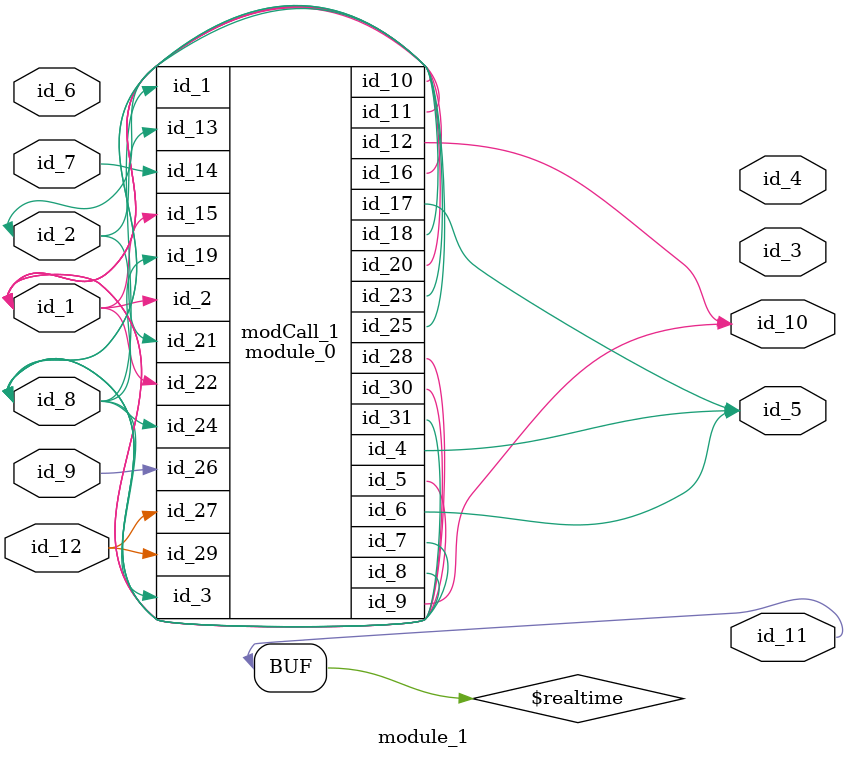
<source format=v>
module module_0 (
    id_1,
    id_2,
    id_3,
    id_4,
    id_5,
    id_6,
    id_7,
    id_8,
    id_9,
    id_10,
    id_11,
    id_12,
    id_13,
    id_14,
    id_15,
    id_16,
    id_17,
    id_18,
    id_19,
    id_20,
    id_21,
    id_22,
    id_23,
    id_24,
    id_25,
    id_26,
    id_27,
    id_28,
    id_29,
    id_30,
    id_31
);
  output wire id_31;
  inout wire id_30;
  input wire id_29;
  inout wire id_28;
  input wire id_27;
  input wire id_26;
  inout wire id_25;
  input wire id_24;
  output wire id_23;
  input wire id_22;
  input wire id_21;
  inout wire id_20;
  input wire id_19;
  inout wire id_18;
  output wire id_17;
  output wire id_16;
  input wire id_15;
  input wire id_14;
  input wire id_13;
  output wire id_12;
  inout wire id_11;
  output wire id_10;
  output wire id_9;
  inout wire id_8;
  inout wire id_7;
  output wire id_6;
  inout wire id_5;
  output wire id_4;
  input wire id_3;
  input wire id_2;
  input wire id_1;
  wire id_32;
  wire id_33;
endmodule
module module_1 (
    id_1,
    id_2,
    id_3,
    id_4,
    id_5,
    id_6,
    id_7,
    id_8,
    id_9,
    id_10,
    id_11,
    id_12
);
  input wire id_12;
  output wire id_11;
  output wire id_10;
  input wire id_9;
  inout wire id_8;
  input wire id_7;
  input wire id_6;
  output wire id_5;
  output wire id_4;
  output wire id_3;
  inout wire id_2;
  inout wire id_1;
  module_0 modCall_1 (
      id_8,
      id_1,
      id_8,
      id_5,
      id_1,
      id_5,
      id_8,
      id_8,
      id_10,
      id_1,
      id_1,
      id_10,
      id_2,
      id_7,
      id_1,
      id_1,
      id_5,
      id_8,
      id_8,
      id_1,
      id_2,
      id_1,
      id_2,
      id_8,
      id_8,
      id_9,
      id_12,
      id_1,
      id_12,
      id_1,
      id_8
  );
  wire id_13;
  wire id_14;
  assign id_11 = id_7 ? $realtime : $realtime;
endmodule

</source>
